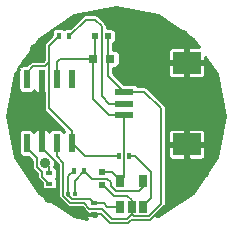
<source format=gtl>
G04 #@! TF.FileFunction,Copper,L1,Top,Signal*
%FSLAX46Y46*%
G04 Gerber Fmt 4.6, Leading zero omitted, Abs format (unit mm)*
G04 Created by KiCad (PCBNEW 4.0.1-3.201512221402+6198~38~ubuntu14.04.1-stable) date Sun Jan  3 20:07:52 2016*
%MOMM*%
G01*
G04 APERTURE LIST*
%ADD10C,0.150000*%
%ADD11R,0.300000X0.350000*%
%ADD12R,0.500000X0.600000*%
%ADD13R,0.600000X0.500000*%
%ADD14R,0.800000X0.750000*%
%ADD15R,2.400000X1.900000*%
%ADD16R,1.640000X0.600000*%
%ADD17R,0.600000X0.400000*%
%ADD18R,0.400000X0.600000*%
%ADD19R,0.650000X1.060000*%
%ADD20R,0.600000X1.550000*%
%ADD21C,0.889000*%
%ADD22C,0.152400*%
%ADD23C,0.254000*%
G04 APERTURE END LIST*
D10*
D11*
X97515000Y-57785000D03*
X98065000Y-57785000D03*
D12*
X100330000Y-55965000D03*
X100330000Y-57065000D03*
D13*
X99780000Y-44450000D03*
X100880000Y-44450000D03*
D14*
X99580000Y-46355000D03*
X101080000Y-46355000D03*
D15*
X107525000Y-53625000D03*
D16*
X102235000Y-51165000D03*
X102235000Y-50165000D03*
X102235000Y-49165000D03*
D15*
X107525000Y-46705000D03*
D17*
X99695000Y-58605000D03*
X99695000Y-59505000D03*
D18*
X97975000Y-55880000D03*
X98875000Y-55880000D03*
D17*
X95885000Y-56065000D03*
X95885000Y-56965000D03*
D18*
X102685000Y-54610000D03*
X101785000Y-54610000D03*
X96705000Y-44450000D03*
X97605000Y-44450000D03*
D19*
X101920000Y-58885000D03*
X102870000Y-58885000D03*
X103820000Y-58885000D03*
X103820000Y-56685000D03*
X101920000Y-56685000D03*
D20*
X93980000Y-53500000D03*
X95250000Y-53500000D03*
X96520000Y-53500000D03*
X97790000Y-53500000D03*
X97790000Y-48100000D03*
X96520000Y-48100000D03*
X95250000Y-48100000D03*
X93980000Y-48100000D03*
D21*
X95554800Y-55219600D03*
X108991400Y-56032400D03*
X107264200Y-44399200D03*
X94691200Y-45567600D03*
X95885000Y-58140600D03*
D22*
X99580000Y-46355000D02*
X99580000Y-49745200D01*
X100999800Y-51165000D02*
X102235000Y-51165000D01*
X99580000Y-49745200D02*
X100999800Y-51165000D01*
X99780000Y-44450000D02*
X99780000Y-46155000D01*
X99780000Y-46155000D02*
X99580000Y-46355000D01*
X96520000Y-48100000D02*
X96520000Y-46609000D01*
X96774000Y-46355000D02*
X99580000Y-46355000D01*
X96520000Y-46609000D02*
X96774000Y-46355000D01*
X100330000Y-55965000D02*
X101200000Y-55965000D01*
X101200000Y-55965000D02*
X101920000Y-56685000D01*
X102235000Y-51165000D02*
X102235000Y-56370000D01*
X102235000Y-56370000D02*
X101920000Y-56685000D01*
X93980000Y-48100000D02*
X93980000Y-47548800D01*
X93980000Y-47548800D02*
X94513400Y-47015400D01*
X95554800Y-47015400D02*
X95885000Y-46685200D01*
X94513400Y-47015400D02*
X95554800Y-47015400D01*
X93980000Y-48100000D02*
X93980000Y-47498000D01*
X95885000Y-47193200D02*
X95885000Y-47244000D01*
X95885000Y-47244000D02*
X95885000Y-46685200D01*
X95885000Y-46685200D02*
X95885000Y-45270000D01*
X95885000Y-45270000D02*
X96705000Y-44450000D01*
X97790000Y-52476400D02*
X97790000Y-53500000D01*
X95885000Y-50571400D02*
X97790000Y-52476400D01*
X95885000Y-47244000D02*
X95885000Y-50571400D01*
X101785000Y-54610000D02*
X98900000Y-54610000D01*
X98900000Y-54610000D02*
X97790000Y-53500000D01*
X95885000Y-56065000D02*
X95885000Y-55549800D01*
X95885000Y-55549800D02*
X95554800Y-55219600D01*
X99695000Y-59505000D02*
X100297400Y-59505000D01*
X108991400Y-56032400D02*
X107525000Y-54566000D01*
X106248200Y-58775600D02*
X108991400Y-56032400D01*
X105688656Y-58775600D02*
X106248200Y-58775600D01*
X104469454Y-59994802D02*
X105688656Y-58775600D01*
X102819198Y-59994802D02*
X104469454Y-59994802D01*
X102565200Y-60248800D02*
X102819198Y-59994802D01*
X101041200Y-60248800D02*
X102565200Y-60248800D01*
X100297400Y-59505000D02*
X101041200Y-60248800D01*
X107525000Y-53625000D02*
X107525000Y-54566000D01*
X107525000Y-46705000D02*
X107525000Y-44660000D01*
X107525000Y-44660000D02*
X107264200Y-44399200D01*
X93395800Y-51308000D02*
X93395800Y-49428400D01*
X93700600Y-46558200D02*
X94691200Y-45567600D01*
X93700600Y-46786800D02*
X93700600Y-46558200D01*
X93294200Y-47193200D02*
X93700600Y-46786800D01*
X93294200Y-49326800D02*
X93294200Y-47193200D01*
X93395800Y-49428400D02*
X93294200Y-49326800D01*
X95440500Y-57365900D02*
X95440500Y-57696100D01*
X95440500Y-57696100D02*
X95885000Y-58140600D01*
X99695000Y-59505000D02*
X99307544Y-59505000D01*
X97561402Y-58928002D02*
X96062800Y-57429400D01*
X98730546Y-58928002D02*
X97561402Y-58928002D01*
X99307544Y-59505000D02*
X98730546Y-58928002D01*
X94957900Y-56362600D02*
X94957900Y-56468956D01*
X96443800Y-57429400D02*
X96697800Y-57175400D01*
X95504000Y-57429400D02*
X96062800Y-57429400D01*
X96062800Y-57429400D02*
X96443800Y-57429400D01*
X95351600Y-57277000D02*
X95440500Y-57365900D01*
X95440500Y-57365900D02*
X95504000Y-57429400D01*
X95351600Y-56862656D02*
X95351600Y-57277000D01*
X94957900Y-56468956D02*
X95351600Y-56862656D01*
X94957900Y-56375300D02*
X94957900Y-56362600D01*
X94957900Y-56362600D02*
X94957900Y-56095900D01*
X94538800Y-55600600D02*
X93395800Y-54457600D01*
X94538800Y-55676800D02*
X94538800Y-55600600D01*
X94957900Y-56095900D02*
X94538800Y-55676800D01*
X95250000Y-49453800D02*
X95250000Y-48100000D01*
X93395800Y-54457600D02*
X93395800Y-51308000D01*
X93395800Y-51308000D02*
X95250000Y-49453800D01*
X95250000Y-53500000D02*
X95250000Y-48100000D01*
X95250000Y-53500000D02*
X95250000Y-53924200D01*
X95250000Y-53924200D02*
X96697800Y-55372000D01*
X96697800Y-55372000D02*
X96697800Y-57175400D01*
X97515000Y-57785000D02*
X97515000Y-57891000D01*
X97515000Y-57891000D02*
X97866200Y-58242200D01*
X99332200Y-58242200D02*
X99695000Y-58605000D01*
X97866200Y-58242200D02*
X99332200Y-58242200D01*
X97515000Y-57785000D02*
X97515000Y-57967200D01*
X101920000Y-58885000D02*
X100795000Y-58885000D01*
X100795000Y-58885000D02*
X100515000Y-58605000D01*
X100515000Y-58605000D02*
X99695000Y-58605000D01*
X97975000Y-55880000D02*
X97515000Y-56340000D01*
X97515000Y-56340000D02*
X97515000Y-57785000D01*
X98065000Y-57785000D02*
X98065000Y-56690000D01*
X98065000Y-56690000D02*
X98875000Y-55880000D01*
X103820000Y-56685000D02*
X103820000Y-57241400D01*
X99510000Y-56515000D02*
X98875000Y-55880000D01*
X100812600Y-56515000D02*
X99510000Y-56515000D01*
X101117400Y-56819800D02*
X100812600Y-56515000D01*
X101117400Y-57150000D02*
X101117400Y-56819800D01*
X101523800Y-57556400D02*
X101117400Y-57150000D01*
X103505000Y-57556400D02*
X101523800Y-57556400D01*
X103820000Y-57241400D02*
X103505000Y-57556400D01*
X102685000Y-54610000D02*
X103174800Y-54610000D01*
X104546400Y-58158600D02*
X103820000Y-58885000D01*
X104546400Y-55981600D02*
X104546400Y-58158600D01*
X103174800Y-54610000D02*
X104546400Y-55981600D01*
X102235000Y-50165000D02*
X100965000Y-50165000D01*
X98976600Y-43078400D02*
X97605000Y-44450000D01*
X99771200Y-43078400D02*
X98976600Y-43078400D01*
X100330000Y-43637200D02*
X99771200Y-43078400D01*
X100330000Y-49530000D02*
X100330000Y-43637200D01*
X100965000Y-50165000D02*
X100330000Y-49530000D01*
X93980000Y-53500000D02*
X93980000Y-53924200D01*
X93980000Y-53924200D02*
X94869000Y-54813200D01*
X94869000Y-54813200D02*
X94869000Y-55524400D01*
X94869000Y-55524400D02*
X95326200Y-55981600D01*
X95326200Y-55981600D02*
X95326200Y-56406200D01*
X95326200Y-56406200D02*
X95885000Y-56965000D01*
X97078800Y-55194200D02*
X97078800Y-58013600D01*
X96520000Y-54635400D02*
X97078800Y-55194200D01*
X100355400Y-59055000D02*
X101219000Y-59918600D01*
X101219000Y-59918600D02*
X102463600Y-59918600D01*
X102870000Y-59512200D02*
X102463600Y-59918600D01*
X96520000Y-54635400D02*
X96520000Y-53500000D01*
X99288600Y-59055000D02*
X100355400Y-59055000D01*
X98856800Y-58623200D02*
X99288600Y-59055000D01*
X97688400Y-58623200D02*
X98856800Y-58623200D01*
X97078800Y-58013600D02*
X97688400Y-58623200D01*
X100880000Y-44450000D02*
X100880000Y-46155000D01*
X100880000Y-46155000D02*
X100880000Y-47810000D01*
X100880000Y-47810000D02*
X102235000Y-49165000D01*
X102870000Y-58885000D02*
X102870000Y-59512200D01*
X103952800Y-49165000D02*
X102235000Y-49165000D01*
X105359200Y-50571400D02*
X103952800Y-49165000D01*
X105359200Y-58674000D02*
X105359200Y-50571400D01*
X104343200Y-59690000D02*
X105359200Y-58674000D01*
X103047800Y-59690000D02*
X104343200Y-59690000D01*
X102870000Y-59512200D02*
X103047800Y-59690000D01*
X100330000Y-57065000D02*
X100422800Y-57065000D01*
X100422800Y-57065000D02*
X101346000Y-57988200D01*
X101346000Y-57988200D02*
X102514400Y-57988200D01*
X102514400Y-57988200D02*
X102870000Y-58343800D01*
X102870000Y-58343800D02*
X102870000Y-58885000D01*
D23*
G36*
X93291536Y-47325000D02*
X93291536Y-48875000D01*
X93318103Y-49016190D01*
X93401546Y-49145865D01*
X93528866Y-49232859D01*
X93680000Y-49263464D01*
X94280000Y-49263464D01*
X94421190Y-49236897D01*
X94550865Y-49153454D01*
X94614420Y-49060439D01*
X94627004Y-49090820D01*
X94734181Y-49197996D01*
X94874215Y-49256000D01*
X95027750Y-49256000D01*
X95123000Y-49160750D01*
X95123000Y-48227000D01*
X95103000Y-48227000D01*
X95103000Y-47973000D01*
X95123000Y-47973000D01*
X95123000Y-47953000D01*
X95377000Y-47953000D01*
X95377000Y-47973000D01*
X95397000Y-47973000D01*
X95397000Y-48227000D01*
X95377000Y-48227000D01*
X95377000Y-49160750D01*
X95427800Y-49211550D01*
X95427800Y-50571400D01*
X95462602Y-50746363D01*
X95561711Y-50894689D01*
X97176283Y-52509261D01*
X97154470Y-52541187D01*
X97098454Y-52454135D01*
X96971134Y-52367141D01*
X96820000Y-52336536D01*
X96220000Y-52336536D01*
X96078810Y-52363103D01*
X95949135Y-52446546D01*
X95885580Y-52539561D01*
X95872996Y-52509180D01*
X95765819Y-52402004D01*
X95625785Y-52344000D01*
X95472250Y-52344000D01*
X95377000Y-52439250D01*
X95377000Y-53373000D01*
X95397000Y-53373000D01*
X95397000Y-53627000D01*
X95377000Y-53627000D01*
X95377000Y-53647000D01*
X95123000Y-53647000D01*
X95123000Y-53627000D01*
X95103000Y-53627000D01*
X95103000Y-53373000D01*
X95123000Y-53373000D01*
X95123000Y-52439250D01*
X95027750Y-52344000D01*
X94874215Y-52344000D01*
X94734181Y-52402004D01*
X94627004Y-52509180D01*
X94614030Y-52540503D01*
X94558454Y-52454135D01*
X94431134Y-52367141D01*
X94280000Y-52336536D01*
X93680000Y-52336536D01*
X93538810Y-52363103D01*
X93409135Y-52446546D01*
X93322141Y-52573866D01*
X93291536Y-52725000D01*
X93291536Y-54275000D01*
X93318103Y-54416190D01*
X93401546Y-54545865D01*
X93528866Y-54632859D01*
X93680000Y-54663464D01*
X94072686Y-54663464D01*
X94411800Y-55002578D01*
X94411800Y-55524400D01*
X94446602Y-55699363D01*
X94545711Y-55847689D01*
X94869000Y-56170979D01*
X94869000Y-56406200D01*
X94903802Y-56581163D01*
X95002911Y-56729489D01*
X95196536Y-56923114D01*
X95196536Y-57165000D01*
X95223103Y-57306190D01*
X95306546Y-57435865D01*
X95433866Y-57522859D01*
X95585000Y-57553464D01*
X96185000Y-57553464D01*
X96326190Y-57526897D01*
X96455865Y-57443454D01*
X96542859Y-57316134D01*
X96573464Y-57165000D01*
X96573464Y-56765000D01*
X96546897Y-56623810D01*
X96476117Y-56513814D01*
X96542859Y-56416134D01*
X96573464Y-56265000D01*
X96573464Y-55865000D01*
X96546897Y-55723810D01*
X96463454Y-55594135D01*
X96336134Y-55507141D01*
X96333613Y-55506631D01*
X96332266Y-55499857D01*
X96380157Y-55384523D01*
X96380368Y-55142346D01*
X96621600Y-55383579D01*
X96621600Y-58013600D01*
X96656402Y-58188563D01*
X96755511Y-58336889D01*
X97365111Y-58946490D01*
X97513437Y-59045598D01*
X97688400Y-59080400D01*
X98667422Y-59080400D01*
X98965310Y-59378289D01*
X99020252Y-59415000D01*
X99113637Y-59477398D01*
X99288600Y-59512200D01*
X99842000Y-59512200D01*
X99842000Y-59605000D01*
X99822000Y-59605000D01*
X99822000Y-59652000D01*
X99568000Y-59652000D01*
X99568000Y-59605000D01*
X99109250Y-59605000D01*
X99014000Y-59700250D01*
X99014000Y-59780786D01*
X99066783Y-59908217D01*
X98020476Y-59700093D01*
X95028968Y-57701232D01*
X93030107Y-54709724D01*
X92328200Y-51181000D01*
X93030107Y-47652276D01*
X93310126Y-47233197D01*
X93291536Y-47325000D01*
X93291536Y-47325000D01*
G37*
X93291536Y-47325000D02*
X93291536Y-48875000D01*
X93318103Y-49016190D01*
X93401546Y-49145865D01*
X93528866Y-49232859D01*
X93680000Y-49263464D01*
X94280000Y-49263464D01*
X94421190Y-49236897D01*
X94550865Y-49153454D01*
X94614420Y-49060439D01*
X94627004Y-49090820D01*
X94734181Y-49197996D01*
X94874215Y-49256000D01*
X95027750Y-49256000D01*
X95123000Y-49160750D01*
X95123000Y-48227000D01*
X95103000Y-48227000D01*
X95103000Y-47973000D01*
X95123000Y-47973000D01*
X95123000Y-47953000D01*
X95377000Y-47953000D01*
X95377000Y-47973000D01*
X95397000Y-47973000D01*
X95397000Y-48227000D01*
X95377000Y-48227000D01*
X95377000Y-49160750D01*
X95427800Y-49211550D01*
X95427800Y-50571400D01*
X95462602Y-50746363D01*
X95561711Y-50894689D01*
X97176283Y-52509261D01*
X97154470Y-52541187D01*
X97098454Y-52454135D01*
X96971134Y-52367141D01*
X96820000Y-52336536D01*
X96220000Y-52336536D01*
X96078810Y-52363103D01*
X95949135Y-52446546D01*
X95885580Y-52539561D01*
X95872996Y-52509180D01*
X95765819Y-52402004D01*
X95625785Y-52344000D01*
X95472250Y-52344000D01*
X95377000Y-52439250D01*
X95377000Y-53373000D01*
X95397000Y-53373000D01*
X95397000Y-53627000D01*
X95377000Y-53627000D01*
X95377000Y-53647000D01*
X95123000Y-53647000D01*
X95123000Y-53627000D01*
X95103000Y-53627000D01*
X95103000Y-53373000D01*
X95123000Y-53373000D01*
X95123000Y-52439250D01*
X95027750Y-52344000D01*
X94874215Y-52344000D01*
X94734181Y-52402004D01*
X94627004Y-52509180D01*
X94614030Y-52540503D01*
X94558454Y-52454135D01*
X94431134Y-52367141D01*
X94280000Y-52336536D01*
X93680000Y-52336536D01*
X93538810Y-52363103D01*
X93409135Y-52446546D01*
X93322141Y-52573866D01*
X93291536Y-52725000D01*
X93291536Y-54275000D01*
X93318103Y-54416190D01*
X93401546Y-54545865D01*
X93528866Y-54632859D01*
X93680000Y-54663464D01*
X94072686Y-54663464D01*
X94411800Y-55002578D01*
X94411800Y-55524400D01*
X94446602Y-55699363D01*
X94545711Y-55847689D01*
X94869000Y-56170979D01*
X94869000Y-56406200D01*
X94903802Y-56581163D01*
X95002911Y-56729489D01*
X95196536Y-56923114D01*
X95196536Y-57165000D01*
X95223103Y-57306190D01*
X95306546Y-57435865D01*
X95433866Y-57522859D01*
X95585000Y-57553464D01*
X96185000Y-57553464D01*
X96326190Y-57526897D01*
X96455865Y-57443454D01*
X96542859Y-57316134D01*
X96573464Y-57165000D01*
X96573464Y-56765000D01*
X96546897Y-56623810D01*
X96476117Y-56513814D01*
X96542859Y-56416134D01*
X96573464Y-56265000D01*
X96573464Y-55865000D01*
X96546897Y-55723810D01*
X96463454Y-55594135D01*
X96336134Y-55507141D01*
X96333613Y-55506631D01*
X96332266Y-55499857D01*
X96380157Y-55384523D01*
X96380368Y-55142346D01*
X96621600Y-55383579D01*
X96621600Y-58013600D01*
X96656402Y-58188563D01*
X96755511Y-58336889D01*
X97365111Y-58946490D01*
X97513437Y-59045598D01*
X97688400Y-59080400D01*
X98667422Y-59080400D01*
X98965310Y-59378289D01*
X99020252Y-59415000D01*
X99113637Y-59477398D01*
X99288600Y-59512200D01*
X99842000Y-59512200D01*
X99842000Y-59605000D01*
X99822000Y-59605000D01*
X99822000Y-59652000D01*
X99568000Y-59652000D01*
X99568000Y-59605000D01*
X99109250Y-59605000D01*
X99014000Y-59700250D01*
X99014000Y-59780786D01*
X99066783Y-59908217D01*
X98020476Y-59700093D01*
X95028968Y-57701232D01*
X93030107Y-54709724D01*
X92328200Y-51181000D01*
X93030107Y-47652276D01*
X93310126Y-47233197D01*
X93291536Y-47325000D01*
G36*
X105077924Y-42661907D02*
X108069432Y-44660768D01*
X108545998Y-45374000D01*
X107747250Y-45374000D01*
X107652000Y-45469250D01*
X107652000Y-46578000D01*
X109010750Y-46578000D01*
X109106000Y-46482750D01*
X109106000Y-46212102D01*
X110068293Y-47652276D01*
X110770200Y-51181000D01*
X110068293Y-54709724D01*
X108069432Y-57701232D01*
X105077924Y-59700093D01*
X104955292Y-59724486D01*
X105682489Y-58997289D01*
X105781598Y-58848963D01*
X105816400Y-58674000D01*
X105816400Y-53847250D01*
X105944000Y-53847250D01*
X105944000Y-54650786D01*
X106002004Y-54790820D01*
X106109181Y-54897996D01*
X106249215Y-54956000D01*
X107302750Y-54956000D01*
X107398000Y-54860750D01*
X107398000Y-53752000D01*
X107652000Y-53752000D01*
X107652000Y-54860750D01*
X107747250Y-54956000D01*
X108800785Y-54956000D01*
X108940819Y-54897996D01*
X109047996Y-54790820D01*
X109106000Y-54650786D01*
X109106000Y-53847250D01*
X109010750Y-53752000D01*
X107652000Y-53752000D01*
X107398000Y-53752000D01*
X106039250Y-53752000D01*
X105944000Y-53847250D01*
X105816400Y-53847250D01*
X105816400Y-52599214D01*
X105944000Y-52599214D01*
X105944000Y-53402750D01*
X106039250Y-53498000D01*
X107398000Y-53498000D01*
X107398000Y-52389250D01*
X107652000Y-52389250D01*
X107652000Y-53498000D01*
X109010750Y-53498000D01*
X109106000Y-53402750D01*
X109106000Y-52599214D01*
X109047996Y-52459180D01*
X108940819Y-52352004D01*
X108800785Y-52294000D01*
X107747250Y-52294000D01*
X107652000Y-52389250D01*
X107398000Y-52389250D01*
X107302750Y-52294000D01*
X106249215Y-52294000D01*
X106109181Y-52352004D01*
X106002004Y-52459180D01*
X105944000Y-52599214D01*
X105816400Y-52599214D01*
X105816400Y-50571400D01*
X105781598Y-50396437D01*
X105682489Y-50248111D01*
X104276089Y-48841711D01*
X104127763Y-48742602D01*
X103952800Y-48707800D01*
X103406595Y-48707800D01*
X103333454Y-48594135D01*
X103206134Y-48507141D01*
X103055000Y-48476536D01*
X102193114Y-48476536D01*
X101337200Y-47620622D01*
X101337200Y-47118464D01*
X101480000Y-47118464D01*
X101621190Y-47091897D01*
X101750865Y-47008454D01*
X101806349Y-46927250D01*
X105944000Y-46927250D01*
X105944000Y-47730786D01*
X106002004Y-47870820D01*
X106109181Y-47977996D01*
X106249215Y-48036000D01*
X107302750Y-48036000D01*
X107398000Y-47940750D01*
X107398000Y-46832000D01*
X107652000Y-46832000D01*
X107652000Y-47940750D01*
X107747250Y-48036000D01*
X108800785Y-48036000D01*
X108940819Y-47977996D01*
X109047996Y-47870820D01*
X109106000Y-47730786D01*
X109106000Y-46927250D01*
X109010750Y-46832000D01*
X107652000Y-46832000D01*
X107398000Y-46832000D01*
X106039250Y-46832000D01*
X105944000Y-46927250D01*
X101806349Y-46927250D01*
X101837859Y-46881134D01*
X101868464Y-46730000D01*
X101868464Y-45980000D01*
X101841897Y-45838810D01*
X101758454Y-45709135D01*
X101714664Y-45679214D01*
X105944000Y-45679214D01*
X105944000Y-46482750D01*
X106039250Y-46578000D01*
X107398000Y-46578000D01*
X107398000Y-45469250D01*
X107302750Y-45374000D01*
X106249215Y-45374000D01*
X106109181Y-45432004D01*
X106002004Y-45539180D01*
X105944000Y-45679214D01*
X101714664Y-45679214D01*
X101631134Y-45622141D01*
X101480000Y-45591536D01*
X101337200Y-45591536D01*
X101337200Y-45051595D01*
X101450865Y-44978454D01*
X101537859Y-44851134D01*
X101568464Y-44700000D01*
X101568464Y-44200000D01*
X101541897Y-44058810D01*
X101458454Y-43929135D01*
X101331134Y-43842141D01*
X101180000Y-43811536D01*
X100787200Y-43811536D01*
X100787200Y-43637200D01*
X100752398Y-43462237D01*
X100711941Y-43401689D01*
X100653290Y-43313911D01*
X100094489Y-42755111D01*
X99946163Y-42656002D01*
X99771200Y-42621200D01*
X98976600Y-42621200D01*
X98801637Y-42656002D01*
X98653311Y-42755111D01*
X97646886Y-43761536D01*
X97405000Y-43761536D01*
X97263810Y-43788103D01*
X97153814Y-43858883D01*
X97056134Y-43792141D01*
X96905000Y-43761536D01*
X96505000Y-43761536D01*
X96363810Y-43788103D01*
X96234135Y-43871546D01*
X96147141Y-43998866D01*
X96116536Y-44150000D01*
X96116536Y-44391886D01*
X95561711Y-44946711D01*
X95462602Y-45095037D01*
X95427800Y-45270000D01*
X95427800Y-46495822D01*
X95365422Y-46558200D01*
X94513400Y-46558200D01*
X94338437Y-46593002D01*
X94190111Y-46692110D01*
X93945685Y-46936536D01*
X93680000Y-46936536D01*
X93538810Y-46963103D01*
X93454233Y-47017526D01*
X95028968Y-44660768D01*
X98020476Y-42661907D01*
X101549200Y-41960000D01*
X105077924Y-42661907D01*
X105077924Y-42661907D01*
G37*
X105077924Y-42661907D02*
X108069432Y-44660768D01*
X108545998Y-45374000D01*
X107747250Y-45374000D01*
X107652000Y-45469250D01*
X107652000Y-46578000D01*
X109010750Y-46578000D01*
X109106000Y-46482750D01*
X109106000Y-46212102D01*
X110068293Y-47652276D01*
X110770200Y-51181000D01*
X110068293Y-54709724D01*
X108069432Y-57701232D01*
X105077924Y-59700093D01*
X104955292Y-59724486D01*
X105682489Y-58997289D01*
X105781598Y-58848963D01*
X105816400Y-58674000D01*
X105816400Y-53847250D01*
X105944000Y-53847250D01*
X105944000Y-54650786D01*
X106002004Y-54790820D01*
X106109181Y-54897996D01*
X106249215Y-54956000D01*
X107302750Y-54956000D01*
X107398000Y-54860750D01*
X107398000Y-53752000D01*
X107652000Y-53752000D01*
X107652000Y-54860750D01*
X107747250Y-54956000D01*
X108800785Y-54956000D01*
X108940819Y-54897996D01*
X109047996Y-54790820D01*
X109106000Y-54650786D01*
X109106000Y-53847250D01*
X109010750Y-53752000D01*
X107652000Y-53752000D01*
X107398000Y-53752000D01*
X106039250Y-53752000D01*
X105944000Y-53847250D01*
X105816400Y-53847250D01*
X105816400Y-52599214D01*
X105944000Y-52599214D01*
X105944000Y-53402750D01*
X106039250Y-53498000D01*
X107398000Y-53498000D01*
X107398000Y-52389250D01*
X107652000Y-52389250D01*
X107652000Y-53498000D01*
X109010750Y-53498000D01*
X109106000Y-53402750D01*
X109106000Y-52599214D01*
X109047996Y-52459180D01*
X108940819Y-52352004D01*
X108800785Y-52294000D01*
X107747250Y-52294000D01*
X107652000Y-52389250D01*
X107398000Y-52389250D01*
X107302750Y-52294000D01*
X106249215Y-52294000D01*
X106109181Y-52352004D01*
X106002004Y-52459180D01*
X105944000Y-52599214D01*
X105816400Y-52599214D01*
X105816400Y-50571400D01*
X105781598Y-50396437D01*
X105682489Y-50248111D01*
X104276089Y-48841711D01*
X104127763Y-48742602D01*
X103952800Y-48707800D01*
X103406595Y-48707800D01*
X103333454Y-48594135D01*
X103206134Y-48507141D01*
X103055000Y-48476536D01*
X102193114Y-48476536D01*
X101337200Y-47620622D01*
X101337200Y-47118464D01*
X101480000Y-47118464D01*
X101621190Y-47091897D01*
X101750865Y-47008454D01*
X101806349Y-46927250D01*
X105944000Y-46927250D01*
X105944000Y-47730786D01*
X106002004Y-47870820D01*
X106109181Y-47977996D01*
X106249215Y-48036000D01*
X107302750Y-48036000D01*
X107398000Y-47940750D01*
X107398000Y-46832000D01*
X107652000Y-46832000D01*
X107652000Y-47940750D01*
X107747250Y-48036000D01*
X108800785Y-48036000D01*
X108940819Y-47977996D01*
X109047996Y-47870820D01*
X109106000Y-47730786D01*
X109106000Y-46927250D01*
X109010750Y-46832000D01*
X107652000Y-46832000D01*
X107398000Y-46832000D01*
X106039250Y-46832000D01*
X105944000Y-46927250D01*
X101806349Y-46927250D01*
X101837859Y-46881134D01*
X101868464Y-46730000D01*
X101868464Y-45980000D01*
X101841897Y-45838810D01*
X101758454Y-45709135D01*
X101714664Y-45679214D01*
X105944000Y-45679214D01*
X105944000Y-46482750D01*
X106039250Y-46578000D01*
X107398000Y-46578000D01*
X107398000Y-45469250D01*
X107302750Y-45374000D01*
X106249215Y-45374000D01*
X106109181Y-45432004D01*
X106002004Y-45539180D01*
X105944000Y-45679214D01*
X101714664Y-45679214D01*
X101631134Y-45622141D01*
X101480000Y-45591536D01*
X101337200Y-45591536D01*
X101337200Y-45051595D01*
X101450865Y-44978454D01*
X101537859Y-44851134D01*
X101568464Y-44700000D01*
X101568464Y-44200000D01*
X101541897Y-44058810D01*
X101458454Y-43929135D01*
X101331134Y-43842141D01*
X101180000Y-43811536D01*
X100787200Y-43811536D01*
X100787200Y-43637200D01*
X100752398Y-43462237D01*
X100711941Y-43401689D01*
X100653290Y-43313911D01*
X100094489Y-42755111D01*
X99946163Y-42656002D01*
X99771200Y-42621200D01*
X98976600Y-42621200D01*
X98801637Y-42656002D01*
X98653311Y-42755111D01*
X97646886Y-43761536D01*
X97405000Y-43761536D01*
X97263810Y-43788103D01*
X97153814Y-43858883D01*
X97056134Y-43792141D01*
X96905000Y-43761536D01*
X96505000Y-43761536D01*
X96363810Y-43788103D01*
X96234135Y-43871546D01*
X96147141Y-43998866D01*
X96116536Y-44150000D01*
X96116536Y-44391886D01*
X95561711Y-44946711D01*
X95462602Y-45095037D01*
X95427800Y-45270000D01*
X95427800Y-46495822D01*
X95365422Y-46558200D01*
X94513400Y-46558200D01*
X94338437Y-46593002D01*
X94190111Y-46692110D01*
X93945685Y-46936536D01*
X93680000Y-46936536D01*
X93538810Y-46963103D01*
X93454233Y-47017526D01*
X95028968Y-44660768D01*
X98020476Y-42661907D01*
X101549200Y-41960000D01*
X105077924Y-42661907D01*
M02*

</source>
